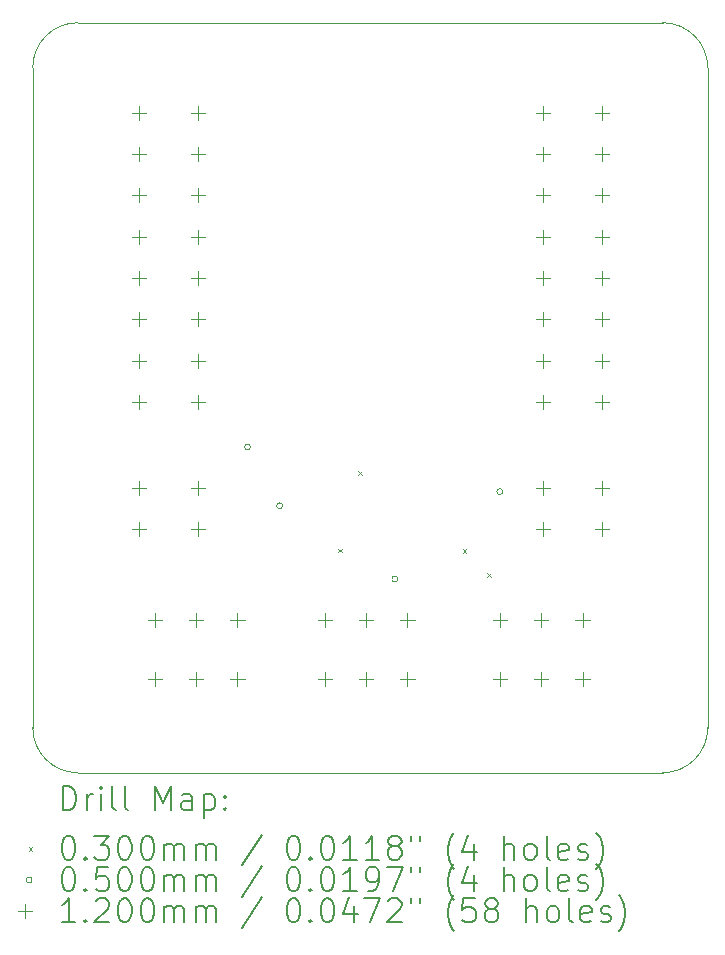
<source format=gbr>
%TF.GenerationSoftware,KiCad,Pcbnew,8.0.6*%
%TF.CreationDate,2024-11-26T19:15:19-08:00*%
%TF.ProjectId,Constellation STAR UAF V1.0,436f6e73-7465-46c6-9c61-74696f6e2053,rev?*%
%TF.SameCoordinates,Original*%
%TF.FileFunction,Drillmap*%
%TF.FilePolarity,Positive*%
%FSLAX45Y45*%
G04 Gerber Fmt 4.5, Leading zero omitted, Abs format (unit mm)*
G04 Created by KiCad (PCBNEW 8.0.6) date 2024-11-26 19:15:19*
%MOMM*%
%LPD*%
G01*
G04 APERTURE LIST*
%ADD10C,0.100000*%
%ADD11C,0.200000*%
%ADD12C,0.120000*%
G04 APERTURE END LIST*
D10*
X2540000Y-8509000D02*
X2540000Y-2921000D01*
X2921000Y-8890000D02*
G75*
G02*
X2540000Y-8509000I0J381000D01*
G01*
X8255000Y-8509000D02*
G75*
G02*
X7874000Y-8890000I-381000J0D01*
G01*
X2540000Y-2921000D02*
G75*
G02*
X2921000Y-2540000I381000J0D01*
G01*
X7874000Y-8890000D02*
X2921000Y-8890000D01*
X8255000Y-2921000D02*
X8255000Y-8509000D01*
X7874000Y-2540000D02*
G75*
G02*
X8255000Y-2921000I0J-381000D01*
G01*
X2921000Y-2540000D02*
X7874000Y-2540000D01*
D11*
D10*
X5125000Y-6995000D02*
X5155000Y-7025000D01*
X5155000Y-6995000D02*
X5125000Y-7025000D01*
X5295000Y-6336250D02*
X5325000Y-6366250D01*
X5325000Y-6336250D02*
X5295000Y-6366250D01*
X6180000Y-7000000D02*
X6210000Y-7030000D01*
X6210000Y-7000000D02*
X6180000Y-7030000D01*
X6386250Y-7200000D02*
X6416250Y-7230000D01*
X6416250Y-7200000D02*
X6386250Y-7230000D01*
X4382500Y-6132500D02*
G75*
G02*
X4332500Y-6132500I-25000J0D01*
G01*
X4332500Y-6132500D02*
G75*
G02*
X4382500Y-6132500I25000J0D01*
G01*
X4655000Y-6630000D02*
G75*
G02*
X4605000Y-6630000I-25000J0D01*
G01*
X4605000Y-6630000D02*
G75*
G02*
X4655000Y-6630000I25000J0D01*
G01*
X5630000Y-7250000D02*
G75*
G02*
X5580000Y-7250000I-25000J0D01*
G01*
X5580000Y-7250000D02*
G75*
G02*
X5630000Y-7250000I25000J0D01*
G01*
X6520000Y-6510000D02*
G75*
G02*
X6470000Y-6510000I-25000J0D01*
G01*
X6470000Y-6510000D02*
G75*
G02*
X6520000Y-6510000I25000J0D01*
G01*
D12*
X3437000Y-3242000D02*
X3437000Y-3362000D01*
X3377000Y-3302000D02*
X3497000Y-3302000D01*
X3437000Y-3592000D02*
X3437000Y-3712000D01*
X3377000Y-3652000D02*
X3497000Y-3652000D01*
X3437000Y-3942000D02*
X3437000Y-4062000D01*
X3377000Y-4002000D02*
X3497000Y-4002000D01*
X3437000Y-4292000D02*
X3437000Y-4412000D01*
X3377000Y-4352000D02*
X3497000Y-4352000D01*
X3437000Y-4642000D02*
X3437000Y-4762000D01*
X3377000Y-4702000D02*
X3497000Y-4702000D01*
X3437000Y-4992000D02*
X3437000Y-5112000D01*
X3377000Y-5052000D02*
X3497000Y-5052000D01*
X3437000Y-5692000D02*
X3437000Y-5812000D01*
X3377000Y-5752000D02*
X3497000Y-5752000D01*
X3437000Y-6417000D02*
X3437000Y-6537000D01*
X3377000Y-6477000D02*
X3497000Y-6477000D01*
X3437000Y-6767000D02*
X3437000Y-6887000D01*
X3377000Y-6827000D02*
X3497000Y-6827000D01*
X3437000Y-5342000D02*
X3437000Y-5462000D01*
X3377000Y-5402000D02*
X3497000Y-5402000D01*
X3572921Y-7535000D02*
X3572921Y-7655000D01*
X3512921Y-7595000D02*
X3632921Y-7595000D01*
X3572921Y-8035000D02*
X3572921Y-8155000D01*
X3512921Y-8095000D02*
X3632921Y-8095000D01*
X3922921Y-7535000D02*
X3922921Y-7655000D01*
X3862921Y-7595000D02*
X3982921Y-7595000D01*
X3922921Y-8035000D02*
X3922921Y-8155000D01*
X3862921Y-8095000D02*
X3982921Y-8095000D01*
X3937000Y-3242000D02*
X3937000Y-3362000D01*
X3877000Y-3302000D02*
X3997000Y-3302000D01*
X3937000Y-3592000D02*
X3937000Y-3712000D01*
X3877000Y-3652000D02*
X3997000Y-3652000D01*
X3937000Y-3942000D02*
X3937000Y-4062000D01*
X3877000Y-4002000D02*
X3997000Y-4002000D01*
X3937000Y-4292000D02*
X3937000Y-4412000D01*
X3877000Y-4352000D02*
X3997000Y-4352000D01*
X3937000Y-4642000D02*
X3937000Y-4762000D01*
X3877000Y-4702000D02*
X3997000Y-4702000D01*
X3937000Y-4992000D02*
X3937000Y-5112000D01*
X3877000Y-5052000D02*
X3997000Y-5052000D01*
X3937000Y-5342001D02*
X3937000Y-5462001D01*
X3877000Y-5402001D02*
X3997000Y-5402001D01*
X3937000Y-5692000D02*
X3937000Y-5812000D01*
X3877000Y-5752000D02*
X3997000Y-5752000D01*
X3937000Y-6417000D02*
X3937000Y-6537000D01*
X3877000Y-6477000D02*
X3997000Y-6477000D01*
X3937000Y-6767000D02*
X3937000Y-6887000D01*
X3877000Y-6827000D02*
X3997000Y-6827000D01*
X4272921Y-7535000D02*
X4272921Y-7655000D01*
X4212921Y-7595000D02*
X4332921Y-7595000D01*
X4272921Y-8035000D02*
X4272921Y-8155000D01*
X4212921Y-8095000D02*
X4332921Y-8095000D01*
X5012500Y-7535000D02*
X5012500Y-7655000D01*
X4952500Y-7595000D02*
X5072500Y-7595000D01*
X5012500Y-8035000D02*
X5012500Y-8155000D01*
X4952500Y-8095000D02*
X5072500Y-8095000D01*
X5362500Y-7535000D02*
X5362500Y-7655000D01*
X5302500Y-7595000D02*
X5422500Y-7595000D01*
X5362500Y-8035000D02*
X5362500Y-8155000D01*
X5302500Y-8095000D02*
X5422500Y-8095000D01*
X5712500Y-7535000D02*
X5712500Y-7655000D01*
X5652500Y-7595000D02*
X5772500Y-7595000D01*
X5712500Y-8035000D02*
X5712500Y-8155000D01*
X5652500Y-8095000D02*
X5772500Y-8095000D01*
X6495000Y-7535000D02*
X6495000Y-7655000D01*
X6435000Y-7595000D02*
X6555000Y-7595000D01*
X6495000Y-8035000D02*
X6495000Y-8155000D01*
X6435000Y-8095000D02*
X6555000Y-8095000D01*
X6845000Y-7535000D02*
X6845000Y-7655000D01*
X6785000Y-7595000D02*
X6905000Y-7595000D01*
X6845000Y-8035000D02*
X6845000Y-8155000D01*
X6785000Y-8095000D02*
X6905000Y-8095000D01*
X6858000Y-3242000D02*
X6858000Y-3362000D01*
X6798000Y-3302000D02*
X6918000Y-3302000D01*
X6858000Y-3592000D02*
X6858000Y-3712000D01*
X6798000Y-3652000D02*
X6918000Y-3652000D01*
X6858000Y-3942000D02*
X6858000Y-4062000D01*
X6798000Y-4002000D02*
X6918000Y-4002000D01*
X6858000Y-4292000D02*
X6858000Y-4412000D01*
X6798000Y-4352000D02*
X6918000Y-4352000D01*
X6858000Y-4642000D02*
X6858000Y-4762000D01*
X6798000Y-4702000D02*
X6918000Y-4702000D01*
X6858000Y-4992000D02*
X6858000Y-5112000D01*
X6798000Y-5052000D02*
X6918000Y-5052000D01*
X6858000Y-5342000D02*
X6858000Y-5462000D01*
X6798000Y-5402000D02*
X6918000Y-5402000D01*
X6858000Y-5692000D02*
X6858000Y-5812000D01*
X6798000Y-5752000D02*
X6918000Y-5752000D01*
X6858000Y-6417000D02*
X6858000Y-6537000D01*
X6798000Y-6477000D02*
X6918000Y-6477000D01*
X6858000Y-6767000D02*
X6858000Y-6887000D01*
X6798000Y-6827000D02*
X6918000Y-6827000D01*
X7195000Y-7535000D02*
X7195000Y-7655000D01*
X7135000Y-7595000D02*
X7255000Y-7595000D01*
X7195000Y-8035000D02*
X7195000Y-8155000D01*
X7135000Y-8095000D02*
X7255000Y-8095000D01*
X7358000Y-3592000D02*
X7358000Y-3712000D01*
X7298000Y-3652000D02*
X7418000Y-3652000D01*
X7358000Y-3242000D02*
X7358000Y-3362000D01*
X7298000Y-3302000D02*
X7418000Y-3302000D01*
X7358000Y-3942000D02*
X7358000Y-4062000D01*
X7298000Y-4002000D02*
X7418000Y-4002000D01*
X7358000Y-4292000D02*
X7358000Y-4412000D01*
X7298000Y-4352000D02*
X7418000Y-4352000D01*
X7358000Y-4642000D02*
X7358000Y-4762000D01*
X7298000Y-4702000D02*
X7418000Y-4702000D01*
X7358000Y-4992000D02*
X7358000Y-5112000D01*
X7298000Y-5052000D02*
X7418000Y-5052000D01*
X7358000Y-5342000D02*
X7358000Y-5462000D01*
X7298000Y-5402000D02*
X7418000Y-5402000D01*
X7358000Y-5692000D02*
X7358000Y-5812000D01*
X7298000Y-5752000D02*
X7418000Y-5752000D01*
X7358000Y-6417000D02*
X7358000Y-6537000D01*
X7298000Y-6477000D02*
X7418000Y-6477000D01*
X7358000Y-6767000D02*
X7358000Y-6887000D01*
X7298000Y-6827000D02*
X7418000Y-6827000D01*
D11*
X2795777Y-9206484D02*
X2795777Y-9006484D01*
X2795777Y-9006484D02*
X2843396Y-9006484D01*
X2843396Y-9006484D02*
X2871967Y-9016008D01*
X2871967Y-9016008D02*
X2891015Y-9035055D01*
X2891015Y-9035055D02*
X2900539Y-9054103D01*
X2900539Y-9054103D02*
X2910062Y-9092198D01*
X2910062Y-9092198D02*
X2910062Y-9120770D01*
X2910062Y-9120770D02*
X2900539Y-9158865D01*
X2900539Y-9158865D02*
X2891015Y-9177912D01*
X2891015Y-9177912D02*
X2871967Y-9196960D01*
X2871967Y-9196960D02*
X2843396Y-9206484D01*
X2843396Y-9206484D02*
X2795777Y-9206484D01*
X2995777Y-9206484D02*
X2995777Y-9073150D01*
X2995777Y-9111246D02*
X3005301Y-9092198D01*
X3005301Y-9092198D02*
X3014824Y-9082674D01*
X3014824Y-9082674D02*
X3033872Y-9073150D01*
X3033872Y-9073150D02*
X3052920Y-9073150D01*
X3119586Y-9206484D02*
X3119586Y-9073150D01*
X3119586Y-9006484D02*
X3110062Y-9016008D01*
X3110062Y-9016008D02*
X3119586Y-9025531D01*
X3119586Y-9025531D02*
X3129110Y-9016008D01*
X3129110Y-9016008D02*
X3119586Y-9006484D01*
X3119586Y-9006484D02*
X3119586Y-9025531D01*
X3243396Y-9206484D02*
X3224348Y-9196960D01*
X3224348Y-9196960D02*
X3214824Y-9177912D01*
X3214824Y-9177912D02*
X3214824Y-9006484D01*
X3348158Y-9206484D02*
X3329110Y-9196960D01*
X3329110Y-9196960D02*
X3319586Y-9177912D01*
X3319586Y-9177912D02*
X3319586Y-9006484D01*
X3576729Y-9206484D02*
X3576729Y-9006484D01*
X3576729Y-9006484D02*
X3643396Y-9149341D01*
X3643396Y-9149341D02*
X3710062Y-9006484D01*
X3710062Y-9006484D02*
X3710062Y-9206484D01*
X3891015Y-9206484D02*
X3891015Y-9101722D01*
X3891015Y-9101722D02*
X3881491Y-9082674D01*
X3881491Y-9082674D02*
X3862443Y-9073150D01*
X3862443Y-9073150D02*
X3824348Y-9073150D01*
X3824348Y-9073150D02*
X3805301Y-9082674D01*
X3891015Y-9196960D02*
X3871967Y-9206484D01*
X3871967Y-9206484D02*
X3824348Y-9206484D01*
X3824348Y-9206484D02*
X3805301Y-9196960D01*
X3805301Y-9196960D02*
X3795777Y-9177912D01*
X3795777Y-9177912D02*
X3795777Y-9158865D01*
X3795777Y-9158865D02*
X3805301Y-9139817D01*
X3805301Y-9139817D02*
X3824348Y-9130293D01*
X3824348Y-9130293D02*
X3871967Y-9130293D01*
X3871967Y-9130293D02*
X3891015Y-9120770D01*
X3986253Y-9073150D02*
X3986253Y-9273150D01*
X3986253Y-9082674D02*
X4005301Y-9073150D01*
X4005301Y-9073150D02*
X4043396Y-9073150D01*
X4043396Y-9073150D02*
X4062443Y-9082674D01*
X4062443Y-9082674D02*
X4071967Y-9092198D01*
X4071967Y-9092198D02*
X4081491Y-9111246D01*
X4081491Y-9111246D02*
X4081491Y-9168389D01*
X4081491Y-9168389D02*
X4071967Y-9187436D01*
X4071967Y-9187436D02*
X4062443Y-9196960D01*
X4062443Y-9196960D02*
X4043396Y-9206484D01*
X4043396Y-9206484D02*
X4005301Y-9206484D01*
X4005301Y-9206484D02*
X3986253Y-9196960D01*
X4167205Y-9187436D02*
X4176729Y-9196960D01*
X4176729Y-9196960D02*
X4167205Y-9206484D01*
X4167205Y-9206484D02*
X4157682Y-9196960D01*
X4157682Y-9196960D02*
X4167205Y-9187436D01*
X4167205Y-9187436D02*
X4167205Y-9206484D01*
X4167205Y-9082674D02*
X4176729Y-9092198D01*
X4176729Y-9092198D02*
X4167205Y-9101722D01*
X4167205Y-9101722D02*
X4157682Y-9092198D01*
X4157682Y-9092198D02*
X4167205Y-9082674D01*
X4167205Y-9082674D02*
X4167205Y-9101722D01*
D10*
X2505000Y-9520000D02*
X2535000Y-9550000D01*
X2535000Y-9520000D02*
X2505000Y-9550000D01*
D11*
X2833872Y-9426484D02*
X2852920Y-9426484D01*
X2852920Y-9426484D02*
X2871967Y-9436008D01*
X2871967Y-9436008D02*
X2881491Y-9445531D01*
X2881491Y-9445531D02*
X2891015Y-9464579D01*
X2891015Y-9464579D02*
X2900539Y-9502674D01*
X2900539Y-9502674D02*
X2900539Y-9550293D01*
X2900539Y-9550293D02*
X2891015Y-9588389D01*
X2891015Y-9588389D02*
X2881491Y-9607436D01*
X2881491Y-9607436D02*
X2871967Y-9616960D01*
X2871967Y-9616960D02*
X2852920Y-9626484D01*
X2852920Y-9626484D02*
X2833872Y-9626484D01*
X2833872Y-9626484D02*
X2814824Y-9616960D01*
X2814824Y-9616960D02*
X2805301Y-9607436D01*
X2805301Y-9607436D02*
X2795777Y-9588389D01*
X2795777Y-9588389D02*
X2786253Y-9550293D01*
X2786253Y-9550293D02*
X2786253Y-9502674D01*
X2786253Y-9502674D02*
X2795777Y-9464579D01*
X2795777Y-9464579D02*
X2805301Y-9445531D01*
X2805301Y-9445531D02*
X2814824Y-9436008D01*
X2814824Y-9436008D02*
X2833872Y-9426484D01*
X2986253Y-9607436D02*
X2995777Y-9616960D01*
X2995777Y-9616960D02*
X2986253Y-9626484D01*
X2986253Y-9626484D02*
X2976729Y-9616960D01*
X2976729Y-9616960D02*
X2986253Y-9607436D01*
X2986253Y-9607436D02*
X2986253Y-9626484D01*
X3062443Y-9426484D02*
X3186253Y-9426484D01*
X3186253Y-9426484D02*
X3119586Y-9502674D01*
X3119586Y-9502674D02*
X3148158Y-9502674D01*
X3148158Y-9502674D02*
X3167205Y-9512198D01*
X3167205Y-9512198D02*
X3176729Y-9521722D01*
X3176729Y-9521722D02*
X3186253Y-9540770D01*
X3186253Y-9540770D02*
X3186253Y-9588389D01*
X3186253Y-9588389D02*
X3176729Y-9607436D01*
X3176729Y-9607436D02*
X3167205Y-9616960D01*
X3167205Y-9616960D02*
X3148158Y-9626484D01*
X3148158Y-9626484D02*
X3091015Y-9626484D01*
X3091015Y-9626484D02*
X3071967Y-9616960D01*
X3071967Y-9616960D02*
X3062443Y-9607436D01*
X3310062Y-9426484D02*
X3329110Y-9426484D01*
X3329110Y-9426484D02*
X3348158Y-9436008D01*
X3348158Y-9436008D02*
X3357682Y-9445531D01*
X3357682Y-9445531D02*
X3367205Y-9464579D01*
X3367205Y-9464579D02*
X3376729Y-9502674D01*
X3376729Y-9502674D02*
X3376729Y-9550293D01*
X3376729Y-9550293D02*
X3367205Y-9588389D01*
X3367205Y-9588389D02*
X3357682Y-9607436D01*
X3357682Y-9607436D02*
X3348158Y-9616960D01*
X3348158Y-9616960D02*
X3329110Y-9626484D01*
X3329110Y-9626484D02*
X3310062Y-9626484D01*
X3310062Y-9626484D02*
X3291015Y-9616960D01*
X3291015Y-9616960D02*
X3281491Y-9607436D01*
X3281491Y-9607436D02*
X3271967Y-9588389D01*
X3271967Y-9588389D02*
X3262443Y-9550293D01*
X3262443Y-9550293D02*
X3262443Y-9502674D01*
X3262443Y-9502674D02*
X3271967Y-9464579D01*
X3271967Y-9464579D02*
X3281491Y-9445531D01*
X3281491Y-9445531D02*
X3291015Y-9436008D01*
X3291015Y-9436008D02*
X3310062Y-9426484D01*
X3500539Y-9426484D02*
X3519586Y-9426484D01*
X3519586Y-9426484D02*
X3538634Y-9436008D01*
X3538634Y-9436008D02*
X3548158Y-9445531D01*
X3548158Y-9445531D02*
X3557682Y-9464579D01*
X3557682Y-9464579D02*
X3567205Y-9502674D01*
X3567205Y-9502674D02*
X3567205Y-9550293D01*
X3567205Y-9550293D02*
X3557682Y-9588389D01*
X3557682Y-9588389D02*
X3548158Y-9607436D01*
X3548158Y-9607436D02*
X3538634Y-9616960D01*
X3538634Y-9616960D02*
X3519586Y-9626484D01*
X3519586Y-9626484D02*
X3500539Y-9626484D01*
X3500539Y-9626484D02*
X3481491Y-9616960D01*
X3481491Y-9616960D02*
X3471967Y-9607436D01*
X3471967Y-9607436D02*
X3462443Y-9588389D01*
X3462443Y-9588389D02*
X3452920Y-9550293D01*
X3452920Y-9550293D02*
X3452920Y-9502674D01*
X3452920Y-9502674D02*
X3462443Y-9464579D01*
X3462443Y-9464579D02*
X3471967Y-9445531D01*
X3471967Y-9445531D02*
X3481491Y-9436008D01*
X3481491Y-9436008D02*
X3500539Y-9426484D01*
X3652920Y-9626484D02*
X3652920Y-9493150D01*
X3652920Y-9512198D02*
X3662443Y-9502674D01*
X3662443Y-9502674D02*
X3681491Y-9493150D01*
X3681491Y-9493150D02*
X3710063Y-9493150D01*
X3710063Y-9493150D02*
X3729110Y-9502674D01*
X3729110Y-9502674D02*
X3738634Y-9521722D01*
X3738634Y-9521722D02*
X3738634Y-9626484D01*
X3738634Y-9521722D02*
X3748158Y-9502674D01*
X3748158Y-9502674D02*
X3767205Y-9493150D01*
X3767205Y-9493150D02*
X3795777Y-9493150D01*
X3795777Y-9493150D02*
X3814824Y-9502674D01*
X3814824Y-9502674D02*
X3824348Y-9521722D01*
X3824348Y-9521722D02*
X3824348Y-9626484D01*
X3919586Y-9626484D02*
X3919586Y-9493150D01*
X3919586Y-9512198D02*
X3929110Y-9502674D01*
X3929110Y-9502674D02*
X3948158Y-9493150D01*
X3948158Y-9493150D02*
X3976729Y-9493150D01*
X3976729Y-9493150D02*
X3995777Y-9502674D01*
X3995777Y-9502674D02*
X4005301Y-9521722D01*
X4005301Y-9521722D02*
X4005301Y-9626484D01*
X4005301Y-9521722D02*
X4014824Y-9502674D01*
X4014824Y-9502674D02*
X4033872Y-9493150D01*
X4033872Y-9493150D02*
X4062443Y-9493150D01*
X4062443Y-9493150D02*
X4081491Y-9502674D01*
X4081491Y-9502674D02*
X4091015Y-9521722D01*
X4091015Y-9521722D02*
X4091015Y-9626484D01*
X4481491Y-9416960D02*
X4310063Y-9674103D01*
X4738634Y-9426484D02*
X4757682Y-9426484D01*
X4757682Y-9426484D02*
X4776729Y-9436008D01*
X4776729Y-9436008D02*
X4786253Y-9445531D01*
X4786253Y-9445531D02*
X4795777Y-9464579D01*
X4795777Y-9464579D02*
X4805301Y-9502674D01*
X4805301Y-9502674D02*
X4805301Y-9550293D01*
X4805301Y-9550293D02*
X4795777Y-9588389D01*
X4795777Y-9588389D02*
X4786253Y-9607436D01*
X4786253Y-9607436D02*
X4776729Y-9616960D01*
X4776729Y-9616960D02*
X4757682Y-9626484D01*
X4757682Y-9626484D02*
X4738634Y-9626484D01*
X4738634Y-9626484D02*
X4719587Y-9616960D01*
X4719587Y-9616960D02*
X4710063Y-9607436D01*
X4710063Y-9607436D02*
X4700539Y-9588389D01*
X4700539Y-9588389D02*
X4691015Y-9550293D01*
X4691015Y-9550293D02*
X4691015Y-9502674D01*
X4691015Y-9502674D02*
X4700539Y-9464579D01*
X4700539Y-9464579D02*
X4710063Y-9445531D01*
X4710063Y-9445531D02*
X4719587Y-9436008D01*
X4719587Y-9436008D02*
X4738634Y-9426484D01*
X4891015Y-9607436D02*
X4900539Y-9616960D01*
X4900539Y-9616960D02*
X4891015Y-9626484D01*
X4891015Y-9626484D02*
X4881491Y-9616960D01*
X4881491Y-9616960D02*
X4891015Y-9607436D01*
X4891015Y-9607436D02*
X4891015Y-9626484D01*
X5024348Y-9426484D02*
X5043396Y-9426484D01*
X5043396Y-9426484D02*
X5062444Y-9436008D01*
X5062444Y-9436008D02*
X5071968Y-9445531D01*
X5071968Y-9445531D02*
X5081491Y-9464579D01*
X5081491Y-9464579D02*
X5091015Y-9502674D01*
X5091015Y-9502674D02*
X5091015Y-9550293D01*
X5091015Y-9550293D02*
X5081491Y-9588389D01*
X5081491Y-9588389D02*
X5071968Y-9607436D01*
X5071968Y-9607436D02*
X5062444Y-9616960D01*
X5062444Y-9616960D02*
X5043396Y-9626484D01*
X5043396Y-9626484D02*
X5024348Y-9626484D01*
X5024348Y-9626484D02*
X5005301Y-9616960D01*
X5005301Y-9616960D02*
X4995777Y-9607436D01*
X4995777Y-9607436D02*
X4986253Y-9588389D01*
X4986253Y-9588389D02*
X4976729Y-9550293D01*
X4976729Y-9550293D02*
X4976729Y-9502674D01*
X4976729Y-9502674D02*
X4986253Y-9464579D01*
X4986253Y-9464579D02*
X4995777Y-9445531D01*
X4995777Y-9445531D02*
X5005301Y-9436008D01*
X5005301Y-9436008D02*
X5024348Y-9426484D01*
X5281491Y-9626484D02*
X5167206Y-9626484D01*
X5224348Y-9626484D02*
X5224348Y-9426484D01*
X5224348Y-9426484D02*
X5205301Y-9455055D01*
X5205301Y-9455055D02*
X5186253Y-9474103D01*
X5186253Y-9474103D02*
X5167206Y-9483627D01*
X5471968Y-9626484D02*
X5357682Y-9626484D01*
X5414825Y-9626484D02*
X5414825Y-9426484D01*
X5414825Y-9426484D02*
X5395777Y-9455055D01*
X5395777Y-9455055D02*
X5376729Y-9474103D01*
X5376729Y-9474103D02*
X5357682Y-9483627D01*
X5586253Y-9512198D02*
X5567206Y-9502674D01*
X5567206Y-9502674D02*
X5557682Y-9493150D01*
X5557682Y-9493150D02*
X5548158Y-9474103D01*
X5548158Y-9474103D02*
X5548158Y-9464579D01*
X5548158Y-9464579D02*
X5557682Y-9445531D01*
X5557682Y-9445531D02*
X5567206Y-9436008D01*
X5567206Y-9436008D02*
X5586253Y-9426484D01*
X5586253Y-9426484D02*
X5624348Y-9426484D01*
X5624348Y-9426484D02*
X5643396Y-9436008D01*
X5643396Y-9436008D02*
X5652920Y-9445531D01*
X5652920Y-9445531D02*
X5662444Y-9464579D01*
X5662444Y-9464579D02*
X5662444Y-9474103D01*
X5662444Y-9474103D02*
X5652920Y-9493150D01*
X5652920Y-9493150D02*
X5643396Y-9502674D01*
X5643396Y-9502674D02*
X5624348Y-9512198D01*
X5624348Y-9512198D02*
X5586253Y-9512198D01*
X5586253Y-9512198D02*
X5567206Y-9521722D01*
X5567206Y-9521722D02*
X5557682Y-9531246D01*
X5557682Y-9531246D02*
X5548158Y-9550293D01*
X5548158Y-9550293D02*
X5548158Y-9588389D01*
X5548158Y-9588389D02*
X5557682Y-9607436D01*
X5557682Y-9607436D02*
X5567206Y-9616960D01*
X5567206Y-9616960D02*
X5586253Y-9626484D01*
X5586253Y-9626484D02*
X5624348Y-9626484D01*
X5624348Y-9626484D02*
X5643396Y-9616960D01*
X5643396Y-9616960D02*
X5652920Y-9607436D01*
X5652920Y-9607436D02*
X5662444Y-9588389D01*
X5662444Y-9588389D02*
X5662444Y-9550293D01*
X5662444Y-9550293D02*
X5652920Y-9531246D01*
X5652920Y-9531246D02*
X5643396Y-9521722D01*
X5643396Y-9521722D02*
X5624348Y-9512198D01*
X5738634Y-9426484D02*
X5738634Y-9464579D01*
X5814825Y-9426484D02*
X5814825Y-9464579D01*
X6110063Y-9702674D02*
X6100539Y-9693150D01*
X6100539Y-9693150D02*
X6081491Y-9664579D01*
X6081491Y-9664579D02*
X6071968Y-9645531D01*
X6071968Y-9645531D02*
X6062444Y-9616960D01*
X6062444Y-9616960D02*
X6052920Y-9569341D01*
X6052920Y-9569341D02*
X6052920Y-9531246D01*
X6052920Y-9531246D02*
X6062444Y-9483627D01*
X6062444Y-9483627D02*
X6071968Y-9455055D01*
X6071968Y-9455055D02*
X6081491Y-9436008D01*
X6081491Y-9436008D02*
X6100539Y-9407436D01*
X6100539Y-9407436D02*
X6110063Y-9397912D01*
X6271968Y-9493150D02*
X6271968Y-9626484D01*
X6224348Y-9416960D02*
X6176729Y-9559817D01*
X6176729Y-9559817D02*
X6300539Y-9559817D01*
X6529110Y-9626484D02*
X6529110Y-9426484D01*
X6614825Y-9626484D02*
X6614825Y-9521722D01*
X6614825Y-9521722D02*
X6605301Y-9502674D01*
X6605301Y-9502674D02*
X6586253Y-9493150D01*
X6586253Y-9493150D02*
X6557682Y-9493150D01*
X6557682Y-9493150D02*
X6538634Y-9502674D01*
X6538634Y-9502674D02*
X6529110Y-9512198D01*
X6738634Y-9626484D02*
X6719587Y-9616960D01*
X6719587Y-9616960D02*
X6710063Y-9607436D01*
X6710063Y-9607436D02*
X6700539Y-9588389D01*
X6700539Y-9588389D02*
X6700539Y-9531246D01*
X6700539Y-9531246D02*
X6710063Y-9512198D01*
X6710063Y-9512198D02*
X6719587Y-9502674D01*
X6719587Y-9502674D02*
X6738634Y-9493150D01*
X6738634Y-9493150D02*
X6767206Y-9493150D01*
X6767206Y-9493150D02*
X6786253Y-9502674D01*
X6786253Y-9502674D02*
X6795777Y-9512198D01*
X6795777Y-9512198D02*
X6805301Y-9531246D01*
X6805301Y-9531246D02*
X6805301Y-9588389D01*
X6805301Y-9588389D02*
X6795777Y-9607436D01*
X6795777Y-9607436D02*
X6786253Y-9616960D01*
X6786253Y-9616960D02*
X6767206Y-9626484D01*
X6767206Y-9626484D02*
X6738634Y-9626484D01*
X6919587Y-9626484D02*
X6900539Y-9616960D01*
X6900539Y-9616960D02*
X6891015Y-9597912D01*
X6891015Y-9597912D02*
X6891015Y-9426484D01*
X7071968Y-9616960D02*
X7052920Y-9626484D01*
X7052920Y-9626484D02*
X7014825Y-9626484D01*
X7014825Y-9626484D02*
X6995777Y-9616960D01*
X6995777Y-9616960D02*
X6986253Y-9597912D01*
X6986253Y-9597912D02*
X6986253Y-9521722D01*
X6986253Y-9521722D02*
X6995777Y-9502674D01*
X6995777Y-9502674D02*
X7014825Y-9493150D01*
X7014825Y-9493150D02*
X7052920Y-9493150D01*
X7052920Y-9493150D02*
X7071968Y-9502674D01*
X7071968Y-9502674D02*
X7081491Y-9521722D01*
X7081491Y-9521722D02*
X7081491Y-9540770D01*
X7081491Y-9540770D02*
X6986253Y-9559817D01*
X7157682Y-9616960D02*
X7176730Y-9626484D01*
X7176730Y-9626484D02*
X7214825Y-9626484D01*
X7214825Y-9626484D02*
X7233872Y-9616960D01*
X7233872Y-9616960D02*
X7243396Y-9597912D01*
X7243396Y-9597912D02*
X7243396Y-9588389D01*
X7243396Y-9588389D02*
X7233872Y-9569341D01*
X7233872Y-9569341D02*
X7214825Y-9559817D01*
X7214825Y-9559817D02*
X7186253Y-9559817D01*
X7186253Y-9559817D02*
X7167206Y-9550293D01*
X7167206Y-9550293D02*
X7157682Y-9531246D01*
X7157682Y-9531246D02*
X7157682Y-9521722D01*
X7157682Y-9521722D02*
X7167206Y-9502674D01*
X7167206Y-9502674D02*
X7186253Y-9493150D01*
X7186253Y-9493150D02*
X7214825Y-9493150D01*
X7214825Y-9493150D02*
X7233872Y-9502674D01*
X7310063Y-9702674D02*
X7319587Y-9693150D01*
X7319587Y-9693150D02*
X7338634Y-9664579D01*
X7338634Y-9664579D02*
X7348158Y-9645531D01*
X7348158Y-9645531D02*
X7357682Y-9616960D01*
X7357682Y-9616960D02*
X7367206Y-9569341D01*
X7367206Y-9569341D02*
X7367206Y-9531246D01*
X7367206Y-9531246D02*
X7357682Y-9483627D01*
X7357682Y-9483627D02*
X7348158Y-9455055D01*
X7348158Y-9455055D02*
X7338634Y-9436008D01*
X7338634Y-9436008D02*
X7319587Y-9407436D01*
X7319587Y-9407436D02*
X7310063Y-9397912D01*
D10*
X2535000Y-9799000D02*
G75*
G02*
X2485000Y-9799000I-25000J0D01*
G01*
X2485000Y-9799000D02*
G75*
G02*
X2535000Y-9799000I25000J0D01*
G01*
D11*
X2833872Y-9690484D02*
X2852920Y-9690484D01*
X2852920Y-9690484D02*
X2871967Y-9700008D01*
X2871967Y-9700008D02*
X2881491Y-9709531D01*
X2881491Y-9709531D02*
X2891015Y-9728579D01*
X2891015Y-9728579D02*
X2900539Y-9766674D01*
X2900539Y-9766674D02*
X2900539Y-9814293D01*
X2900539Y-9814293D02*
X2891015Y-9852389D01*
X2891015Y-9852389D02*
X2881491Y-9871436D01*
X2881491Y-9871436D02*
X2871967Y-9880960D01*
X2871967Y-9880960D02*
X2852920Y-9890484D01*
X2852920Y-9890484D02*
X2833872Y-9890484D01*
X2833872Y-9890484D02*
X2814824Y-9880960D01*
X2814824Y-9880960D02*
X2805301Y-9871436D01*
X2805301Y-9871436D02*
X2795777Y-9852389D01*
X2795777Y-9852389D02*
X2786253Y-9814293D01*
X2786253Y-9814293D02*
X2786253Y-9766674D01*
X2786253Y-9766674D02*
X2795777Y-9728579D01*
X2795777Y-9728579D02*
X2805301Y-9709531D01*
X2805301Y-9709531D02*
X2814824Y-9700008D01*
X2814824Y-9700008D02*
X2833872Y-9690484D01*
X2986253Y-9871436D02*
X2995777Y-9880960D01*
X2995777Y-9880960D02*
X2986253Y-9890484D01*
X2986253Y-9890484D02*
X2976729Y-9880960D01*
X2976729Y-9880960D02*
X2986253Y-9871436D01*
X2986253Y-9871436D02*
X2986253Y-9890484D01*
X3176729Y-9690484D02*
X3081491Y-9690484D01*
X3081491Y-9690484D02*
X3071967Y-9785722D01*
X3071967Y-9785722D02*
X3081491Y-9776198D01*
X3081491Y-9776198D02*
X3100539Y-9766674D01*
X3100539Y-9766674D02*
X3148158Y-9766674D01*
X3148158Y-9766674D02*
X3167205Y-9776198D01*
X3167205Y-9776198D02*
X3176729Y-9785722D01*
X3176729Y-9785722D02*
X3186253Y-9804770D01*
X3186253Y-9804770D02*
X3186253Y-9852389D01*
X3186253Y-9852389D02*
X3176729Y-9871436D01*
X3176729Y-9871436D02*
X3167205Y-9880960D01*
X3167205Y-9880960D02*
X3148158Y-9890484D01*
X3148158Y-9890484D02*
X3100539Y-9890484D01*
X3100539Y-9890484D02*
X3081491Y-9880960D01*
X3081491Y-9880960D02*
X3071967Y-9871436D01*
X3310062Y-9690484D02*
X3329110Y-9690484D01*
X3329110Y-9690484D02*
X3348158Y-9700008D01*
X3348158Y-9700008D02*
X3357682Y-9709531D01*
X3357682Y-9709531D02*
X3367205Y-9728579D01*
X3367205Y-9728579D02*
X3376729Y-9766674D01*
X3376729Y-9766674D02*
X3376729Y-9814293D01*
X3376729Y-9814293D02*
X3367205Y-9852389D01*
X3367205Y-9852389D02*
X3357682Y-9871436D01*
X3357682Y-9871436D02*
X3348158Y-9880960D01*
X3348158Y-9880960D02*
X3329110Y-9890484D01*
X3329110Y-9890484D02*
X3310062Y-9890484D01*
X3310062Y-9890484D02*
X3291015Y-9880960D01*
X3291015Y-9880960D02*
X3281491Y-9871436D01*
X3281491Y-9871436D02*
X3271967Y-9852389D01*
X3271967Y-9852389D02*
X3262443Y-9814293D01*
X3262443Y-9814293D02*
X3262443Y-9766674D01*
X3262443Y-9766674D02*
X3271967Y-9728579D01*
X3271967Y-9728579D02*
X3281491Y-9709531D01*
X3281491Y-9709531D02*
X3291015Y-9700008D01*
X3291015Y-9700008D02*
X3310062Y-9690484D01*
X3500539Y-9690484D02*
X3519586Y-9690484D01*
X3519586Y-9690484D02*
X3538634Y-9700008D01*
X3538634Y-9700008D02*
X3548158Y-9709531D01*
X3548158Y-9709531D02*
X3557682Y-9728579D01*
X3557682Y-9728579D02*
X3567205Y-9766674D01*
X3567205Y-9766674D02*
X3567205Y-9814293D01*
X3567205Y-9814293D02*
X3557682Y-9852389D01*
X3557682Y-9852389D02*
X3548158Y-9871436D01*
X3548158Y-9871436D02*
X3538634Y-9880960D01*
X3538634Y-9880960D02*
X3519586Y-9890484D01*
X3519586Y-9890484D02*
X3500539Y-9890484D01*
X3500539Y-9890484D02*
X3481491Y-9880960D01*
X3481491Y-9880960D02*
X3471967Y-9871436D01*
X3471967Y-9871436D02*
X3462443Y-9852389D01*
X3462443Y-9852389D02*
X3452920Y-9814293D01*
X3452920Y-9814293D02*
X3452920Y-9766674D01*
X3452920Y-9766674D02*
X3462443Y-9728579D01*
X3462443Y-9728579D02*
X3471967Y-9709531D01*
X3471967Y-9709531D02*
X3481491Y-9700008D01*
X3481491Y-9700008D02*
X3500539Y-9690484D01*
X3652920Y-9890484D02*
X3652920Y-9757150D01*
X3652920Y-9776198D02*
X3662443Y-9766674D01*
X3662443Y-9766674D02*
X3681491Y-9757150D01*
X3681491Y-9757150D02*
X3710063Y-9757150D01*
X3710063Y-9757150D02*
X3729110Y-9766674D01*
X3729110Y-9766674D02*
X3738634Y-9785722D01*
X3738634Y-9785722D02*
X3738634Y-9890484D01*
X3738634Y-9785722D02*
X3748158Y-9766674D01*
X3748158Y-9766674D02*
X3767205Y-9757150D01*
X3767205Y-9757150D02*
X3795777Y-9757150D01*
X3795777Y-9757150D02*
X3814824Y-9766674D01*
X3814824Y-9766674D02*
X3824348Y-9785722D01*
X3824348Y-9785722D02*
X3824348Y-9890484D01*
X3919586Y-9890484D02*
X3919586Y-9757150D01*
X3919586Y-9776198D02*
X3929110Y-9766674D01*
X3929110Y-9766674D02*
X3948158Y-9757150D01*
X3948158Y-9757150D02*
X3976729Y-9757150D01*
X3976729Y-9757150D02*
X3995777Y-9766674D01*
X3995777Y-9766674D02*
X4005301Y-9785722D01*
X4005301Y-9785722D02*
X4005301Y-9890484D01*
X4005301Y-9785722D02*
X4014824Y-9766674D01*
X4014824Y-9766674D02*
X4033872Y-9757150D01*
X4033872Y-9757150D02*
X4062443Y-9757150D01*
X4062443Y-9757150D02*
X4081491Y-9766674D01*
X4081491Y-9766674D02*
X4091015Y-9785722D01*
X4091015Y-9785722D02*
X4091015Y-9890484D01*
X4481491Y-9680960D02*
X4310063Y-9938103D01*
X4738634Y-9690484D02*
X4757682Y-9690484D01*
X4757682Y-9690484D02*
X4776729Y-9700008D01*
X4776729Y-9700008D02*
X4786253Y-9709531D01*
X4786253Y-9709531D02*
X4795777Y-9728579D01*
X4795777Y-9728579D02*
X4805301Y-9766674D01*
X4805301Y-9766674D02*
X4805301Y-9814293D01*
X4805301Y-9814293D02*
X4795777Y-9852389D01*
X4795777Y-9852389D02*
X4786253Y-9871436D01*
X4786253Y-9871436D02*
X4776729Y-9880960D01*
X4776729Y-9880960D02*
X4757682Y-9890484D01*
X4757682Y-9890484D02*
X4738634Y-9890484D01*
X4738634Y-9890484D02*
X4719587Y-9880960D01*
X4719587Y-9880960D02*
X4710063Y-9871436D01*
X4710063Y-9871436D02*
X4700539Y-9852389D01*
X4700539Y-9852389D02*
X4691015Y-9814293D01*
X4691015Y-9814293D02*
X4691015Y-9766674D01*
X4691015Y-9766674D02*
X4700539Y-9728579D01*
X4700539Y-9728579D02*
X4710063Y-9709531D01*
X4710063Y-9709531D02*
X4719587Y-9700008D01*
X4719587Y-9700008D02*
X4738634Y-9690484D01*
X4891015Y-9871436D02*
X4900539Y-9880960D01*
X4900539Y-9880960D02*
X4891015Y-9890484D01*
X4891015Y-9890484D02*
X4881491Y-9880960D01*
X4881491Y-9880960D02*
X4891015Y-9871436D01*
X4891015Y-9871436D02*
X4891015Y-9890484D01*
X5024348Y-9690484D02*
X5043396Y-9690484D01*
X5043396Y-9690484D02*
X5062444Y-9700008D01*
X5062444Y-9700008D02*
X5071968Y-9709531D01*
X5071968Y-9709531D02*
X5081491Y-9728579D01*
X5081491Y-9728579D02*
X5091015Y-9766674D01*
X5091015Y-9766674D02*
X5091015Y-9814293D01*
X5091015Y-9814293D02*
X5081491Y-9852389D01*
X5081491Y-9852389D02*
X5071968Y-9871436D01*
X5071968Y-9871436D02*
X5062444Y-9880960D01*
X5062444Y-9880960D02*
X5043396Y-9890484D01*
X5043396Y-9890484D02*
X5024348Y-9890484D01*
X5024348Y-9890484D02*
X5005301Y-9880960D01*
X5005301Y-9880960D02*
X4995777Y-9871436D01*
X4995777Y-9871436D02*
X4986253Y-9852389D01*
X4986253Y-9852389D02*
X4976729Y-9814293D01*
X4976729Y-9814293D02*
X4976729Y-9766674D01*
X4976729Y-9766674D02*
X4986253Y-9728579D01*
X4986253Y-9728579D02*
X4995777Y-9709531D01*
X4995777Y-9709531D02*
X5005301Y-9700008D01*
X5005301Y-9700008D02*
X5024348Y-9690484D01*
X5281491Y-9890484D02*
X5167206Y-9890484D01*
X5224348Y-9890484D02*
X5224348Y-9690484D01*
X5224348Y-9690484D02*
X5205301Y-9719055D01*
X5205301Y-9719055D02*
X5186253Y-9738103D01*
X5186253Y-9738103D02*
X5167206Y-9747627D01*
X5376729Y-9890484D02*
X5414825Y-9890484D01*
X5414825Y-9890484D02*
X5433872Y-9880960D01*
X5433872Y-9880960D02*
X5443396Y-9871436D01*
X5443396Y-9871436D02*
X5462444Y-9842865D01*
X5462444Y-9842865D02*
X5471968Y-9804770D01*
X5471968Y-9804770D02*
X5471968Y-9728579D01*
X5471968Y-9728579D02*
X5462444Y-9709531D01*
X5462444Y-9709531D02*
X5452920Y-9700008D01*
X5452920Y-9700008D02*
X5433872Y-9690484D01*
X5433872Y-9690484D02*
X5395777Y-9690484D01*
X5395777Y-9690484D02*
X5376729Y-9700008D01*
X5376729Y-9700008D02*
X5367206Y-9709531D01*
X5367206Y-9709531D02*
X5357682Y-9728579D01*
X5357682Y-9728579D02*
X5357682Y-9776198D01*
X5357682Y-9776198D02*
X5367206Y-9795246D01*
X5367206Y-9795246D02*
X5376729Y-9804770D01*
X5376729Y-9804770D02*
X5395777Y-9814293D01*
X5395777Y-9814293D02*
X5433872Y-9814293D01*
X5433872Y-9814293D02*
X5452920Y-9804770D01*
X5452920Y-9804770D02*
X5462444Y-9795246D01*
X5462444Y-9795246D02*
X5471968Y-9776198D01*
X5538634Y-9690484D02*
X5671967Y-9690484D01*
X5671967Y-9690484D02*
X5586253Y-9890484D01*
X5738634Y-9690484D02*
X5738634Y-9728579D01*
X5814825Y-9690484D02*
X5814825Y-9728579D01*
X6110063Y-9966674D02*
X6100539Y-9957150D01*
X6100539Y-9957150D02*
X6081491Y-9928579D01*
X6081491Y-9928579D02*
X6071968Y-9909531D01*
X6071968Y-9909531D02*
X6062444Y-9880960D01*
X6062444Y-9880960D02*
X6052920Y-9833341D01*
X6052920Y-9833341D02*
X6052920Y-9795246D01*
X6052920Y-9795246D02*
X6062444Y-9747627D01*
X6062444Y-9747627D02*
X6071968Y-9719055D01*
X6071968Y-9719055D02*
X6081491Y-9700008D01*
X6081491Y-9700008D02*
X6100539Y-9671436D01*
X6100539Y-9671436D02*
X6110063Y-9661912D01*
X6271968Y-9757150D02*
X6271968Y-9890484D01*
X6224348Y-9680960D02*
X6176729Y-9823817D01*
X6176729Y-9823817D02*
X6300539Y-9823817D01*
X6529110Y-9890484D02*
X6529110Y-9690484D01*
X6614825Y-9890484D02*
X6614825Y-9785722D01*
X6614825Y-9785722D02*
X6605301Y-9766674D01*
X6605301Y-9766674D02*
X6586253Y-9757150D01*
X6586253Y-9757150D02*
X6557682Y-9757150D01*
X6557682Y-9757150D02*
X6538634Y-9766674D01*
X6538634Y-9766674D02*
X6529110Y-9776198D01*
X6738634Y-9890484D02*
X6719587Y-9880960D01*
X6719587Y-9880960D02*
X6710063Y-9871436D01*
X6710063Y-9871436D02*
X6700539Y-9852389D01*
X6700539Y-9852389D02*
X6700539Y-9795246D01*
X6700539Y-9795246D02*
X6710063Y-9776198D01*
X6710063Y-9776198D02*
X6719587Y-9766674D01*
X6719587Y-9766674D02*
X6738634Y-9757150D01*
X6738634Y-9757150D02*
X6767206Y-9757150D01*
X6767206Y-9757150D02*
X6786253Y-9766674D01*
X6786253Y-9766674D02*
X6795777Y-9776198D01*
X6795777Y-9776198D02*
X6805301Y-9795246D01*
X6805301Y-9795246D02*
X6805301Y-9852389D01*
X6805301Y-9852389D02*
X6795777Y-9871436D01*
X6795777Y-9871436D02*
X6786253Y-9880960D01*
X6786253Y-9880960D02*
X6767206Y-9890484D01*
X6767206Y-9890484D02*
X6738634Y-9890484D01*
X6919587Y-9890484D02*
X6900539Y-9880960D01*
X6900539Y-9880960D02*
X6891015Y-9861912D01*
X6891015Y-9861912D02*
X6891015Y-9690484D01*
X7071968Y-9880960D02*
X7052920Y-9890484D01*
X7052920Y-9890484D02*
X7014825Y-9890484D01*
X7014825Y-9890484D02*
X6995777Y-9880960D01*
X6995777Y-9880960D02*
X6986253Y-9861912D01*
X6986253Y-9861912D02*
X6986253Y-9785722D01*
X6986253Y-9785722D02*
X6995777Y-9766674D01*
X6995777Y-9766674D02*
X7014825Y-9757150D01*
X7014825Y-9757150D02*
X7052920Y-9757150D01*
X7052920Y-9757150D02*
X7071968Y-9766674D01*
X7071968Y-9766674D02*
X7081491Y-9785722D01*
X7081491Y-9785722D02*
X7081491Y-9804770D01*
X7081491Y-9804770D02*
X6986253Y-9823817D01*
X7157682Y-9880960D02*
X7176730Y-9890484D01*
X7176730Y-9890484D02*
X7214825Y-9890484D01*
X7214825Y-9890484D02*
X7233872Y-9880960D01*
X7233872Y-9880960D02*
X7243396Y-9861912D01*
X7243396Y-9861912D02*
X7243396Y-9852389D01*
X7243396Y-9852389D02*
X7233872Y-9833341D01*
X7233872Y-9833341D02*
X7214825Y-9823817D01*
X7214825Y-9823817D02*
X7186253Y-9823817D01*
X7186253Y-9823817D02*
X7167206Y-9814293D01*
X7167206Y-9814293D02*
X7157682Y-9795246D01*
X7157682Y-9795246D02*
X7157682Y-9785722D01*
X7157682Y-9785722D02*
X7167206Y-9766674D01*
X7167206Y-9766674D02*
X7186253Y-9757150D01*
X7186253Y-9757150D02*
X7214825Y-9757150D01*
X7214825Y-9757150D02*
X7233872Y-9766674D01*
X7310063Y-9966674D02*
X7319587Y-9957150D01*
X7319587Y-9957150D02*
X7338634Y-9928579D01*
X7338634Y-9928579D02*
X7348158Y-9909531D01*
X7348158Y-9909531D02*
X7357682Y-9880960D01*
X7357682Y-9880960D02*
X7367206Y-9833341D01*
X7367206Y-9833341D02*
X7367206Y-9795246D01*
X7367206Y-9795246D02*
X7357682Y-9747627D01*
X7357682Y-9747627D02*
X7348158Y-9719055D01*
X7348158Y-9719055D02*
X7338634Y-9700008D01*
X7338634Y-9700008D02*
X7319587Y-9671436D01*
X7319587Y-9671436D02*
X7310063Y-9661912D01*
D12*
X2475000Y-10003000D02*
X2475000Y-10123000D01*
X2415000Y-10063000D02*
X2535000Y-10063000D01*
D11*
X2900539Y-10154484D02*
X2786253Y-10154484D01*
X2843396Y-10154484D02*
X2843396Y-9954484D01*
X2843396Y-9954484D02*
X2824348Y-9983055D01*
X2824348Y-9983055D02*
X2805301Y-10002103D01*
X2805301Y-10002103D02*
X2786253Y-10011627D01*
X2986253Y-10135436D02*
X2995777Y-10144960D01*
X2995777Y-10144960D02*
X2986253Y-10154484D01*
X2986253Y-10154484D02*
X2976729Y-10144960D01*
X2976729Y-10144960D02*
X2986253Y-10135436D01*
X2986253Y-10135436D02*
X2986253Y-10154484D01*
X3071967Y-9973531D02*
X3081491Y-9964008D01*
X3081491Y-9964008D02*
X3100539Y-9954484D01*
X3100539Y-9954484D02*
X3148158Y-9954484D01*
X3148158Y-9954484D02*
X3167205Y-9964008D01*
X3167205Y-9964008D02*
X3176729Y-9973531D01*
X3176729Y-9973531D02*
X3186253Y-9992579D01*
X3186253Y-9992579D02*
X3186253Y-10011627D01*
X3186253Y-10011627D02*
X3176729Y-10040198D01*
X3176729Y-10040198D02*
X3062443Y-10154484D01*
X3062443Y-10154484D02*
X3186253Y-10154484D01*
X3310062Y-9954484D02*
X3329110Y-9954484D01*
X3329110Y-9954484D02*
X3348158Y-9964008D01*
X3348158Y-9964008D02*
X3357682Y-9973531D01*
X3357682Y-9973531D02*
X3367205Y-9992579D01*
X3367205Y-9992579D02*
X3376729Y-10030674D01*
X3376729Y-10030674D02*
X3376729Y-10078293D01*
X3376729Y-10078293D02*
X3367205Y-10116389D01*
X3367205Y-10116389D02*
X3357682Y-10135436D01*
X3357682Y-10135436D02*
X3348158Y-10144960D01*
X3348158Y-10144960D02*
X3329110Y-10154484D01*
X3329110Y-10154484D02*
X3310062Y-10154484D01*
X3310062Y-10154484D02*
X3291015Y-10144960D01*
X3291015Y-10144960D02*
X3281491Y-10135436D01*
X3281491Y-10135436D02*
X3271967Y-10116389D01*
X3271967Y-10116389D02*
X3262443Y-10078293D01*
X3262443Y-10078293D02*
X3262443Y-10030674D01*
X3262443Y-10030674D02*
X3271967Y-9992579D01*
X3271967Y-9992579D02*
X3281491Y-9973531D01*
X3281491Y-9973531D02*
X3291015Y-9964008D01*
X3291015Y-9964008D02*
X3310062Y-9954484D01*
X3500539Y-9954484D02*
X3519586Y-9954484D01*
X3519586Y-9954484D02*
X3538634Y-9964008D01*
X3538634Y-9964008D02*
X3548158Y-9973531D01*
X3548158Y-9973531D02*
X3557682Y-9992579D01*
X3557682Y-9992579D02*
X3567205Y-10030674D01*
X3567205Y-10030674D02*
X3567205Y-10078293D01*
X3567205Y-10078293D02*
X3557682Y-10116389D01*
X3557682Y-10116389D02*
X3548158Y-10135436D01*
X3548158Y-10135436D02*
X3538634Y-10144960D01*
X3538634Y-10144960D02*
X3519586Y-10154484D01*
X3519586Y-10154484D02*
X3500539Y-10154484D01*
X3500539Y-10154484D02*
X3481491Y-10144960D01*
X3481491Y-10144960D02*
X3471967Y-10135436D01*
X3471967Y-10135436D02*
X3462443Y-10116389D01*
X3462443Y-10116389D02*
X3452920Y-10078293D01*
X3452920Y-10078293D02*
X3452920Y-10030674D01*
X3452920Y-10030674D02*
X3462443Y-9992579D01*
X3462443Y-9992579D02*
X3471967Y-9973531D01*
X3471967Y-9973531D02*
X3481491Y-9964008D01*
X3481491Y-9964008D02*
X3500539Y-9954484D01*
X3652920Y-10154484D02*
X3652920Y-10021150D01*
X3652920Y-10040198D02*
X3662443Y-10030674D01*
X3662443Y-10030674D02*
X3681491Y-10021150D01*
X3681491Y-10021150D02*
X3710063Y-10021150D01*
X3710063Y-10021150D02*
X3729110Y-10030674D01*
X3729110Y-10030674D02*
X3738634Y-10049722D01*
X3738634Y-10049722D02*
X3738634Y-10154484D01*
X3738634Y-10049722D02*
X3748158Y-10030674D01*
X3748158Y-10030674D02*
X3767205Y-10021150D01*
X3767205Y-10021150D02*
X3795777Y-10021150D01*
X3795777Y-10021150D02*
X3814824Y-10030674D01*
X3814824Y-10030674D02*
X3824348Y-10049722D01*
X3824348Y-10049722D02*
X3824348Y-10154484D01*
X3919586Y-10154484D02*
X3919586Y-10021150D01*
X3919586Y-10040198D02*
X3929110Y-10030674D01*
X3929110Y-10030674D02*
X3948158Y-10021150D01*
X3948158Y-10021150D02*
X3976729Y-10021150D01*
X3976729Y-10021150D02*
X3995777Y-10030674D01*
X3995777Y-10030674D02*
X4005301Y-10049722D01*
X4005301Y-10049722D02*
X4005301Y-10154484D01*
X4005301Y-10049722D02*
X4014824Y-10030674D01*
X4014824Y-10030674D02*
X4033872Y-10021150D01*
X4033872Y-10021150D02*
X4062443Y-10021150D01*
X4062443Y-10021150D02*
X4081491Y-10030674D01*
X4081491Y-10030674D02*
X4091015Y-10049722D01*
X4091015Y-10049722D02*
X4091015Y-10154484D01*
X4481491Y-9944960D02*
X4310063Y-10202103D01*
X4738634Y-9954484D02*
X4757682Y-9954484D01*
X4757682Y-9954484D02*
X4776729Y-9964008D01*
X4776729Y-9964008D02*
X4786253Y-9973531D01*
X4786253Y-9973531D02*
X4795777Y-9992579D01*
X4795777Y-9992579D02*
X4805301Y-10030674D01*
X4805301Y-10030674D02*
X4805301Y-10078293D01*
X4805301Y-10078293D02*
X4795777Y-10116389D01*
X4795777Y-10116389D02*
X4786253Y-10135436D01*
X4786253Y-10135436D02*
X4776729Y-10144960D01*
X4776729Y-10144960D02*
X4757682Y-10154484D01*
X4757682Y-10154484D02*
X4738634Y-10154484D01*
X4738634Y-10154484D02*
X4719587Y-10144960D01*
X4719587Y-10144960D02*
X4710063Y-10135436D01*
X4710063Y-10135436D02*
X4700539Y-10116389D01*
X4700539Y-10116389D02*
X4691015Y-10078293D01*
X4691015Y-10078293D02*
X4691015Y-10030674D01*
X4691015Y-10030674D02*
X4700539Y-9992579D01*
X4700539Y-9992579D02*
X4710063Y-9973531D01*
X4710063Y-9973531D02*
X4719587Y-9964008D01*
X4719587Y-9964008D02*
X4738634Y-9954484D01*
X4891015Y-10135436D02*
X4900539Y-10144960D01*
X4900539Y-10144960D02*
X4891015Y-10154484D01*
X4891015Y-10154484D02*
X4881491Y-10144960D01*
X4881491Y-10144960D02*
X4891015Y-10135436D01*
X4891015Y-10135436D02*
X4891015Y-10154484D01*
X5024348Y-9954484D02*
X5043396Y-9954484D01*
X5043396Y-9954484D02*
X5062444Y-9964008D01*
X5062444Y-9964008D02*
X5071968Y-9973531D01*
X5071968Y-9973531D02*
X5081491Y-9992579D01*
X5081491Y-9992579D02*
X5091015Y-10030674D01*
X5091015Y-10030674D02*
X5091015Y-10078293D01*
X5091015Y-10078293D02*
X5081491Y-10116389D01*
X5081491Y-10116389D02*
X5071968Y-10135436D01*
X5071968Y-10135436D02*
X5062444Y-10144960D01*
X5062444Y-10144960D02*
X5043396Y-10154484D01*
X5043396Y-10154484D02*
X5024348Y-10154484D01*
X5024348Y-10154484D02*
X5005301Y-10144960D01*
X5005301Y-10144960D02*
X4995777Y-10135436D01*
X4995777Y-10135436D02*
X4986253Y-10116389D01*
X4986253Y-10116389D02*
X4976729Y-10078293D01*
X4976729Y-10078293D02*
X4976729Y-10030674D01*
X4976729Y-10030674D02*
X4986253Y-9992579D01*
X4986253Y-9992579D02*
X4995777Y-9973531D01*
X4995777Y-9973531D02*
X5005301Y-9964008D01*
X5005301Y-9964008D02*
X5024348Y-9954484D01*
X5262444Y-10021150D02*
X5262444Y-10154484D01*
X5214825Y-9944960D02*
X5167206Y-10087817D01*
X5167206Y-10087817D02*
X5291015Y-10087817D01*
X5348158Y-9954484D02*
X5481491Y-9954484D01*
X5481491Y-9954484D02*
X5395777Y-10154484D01*
X5548158Y-9973531D02*
X5557682Y-9964008D01*
X5557682Y-9964008D02*
X5576729Y-9954484D01*
X5576729Y-9954484D02*
X5624348Y-9954484D01*
X5624348Y-9954484D02*
X5643396Y-9964008D01*
X5643396Y-9964008D02*
X5652920Y-9973531D01*
X5652920Y-9973531D02*
X5662444Y-9992579D01*
X5662444Y-9992579D02*
X5662444Y-10011627D01*
X5662444Y-10011627D02*
X5652920Y-10040198D01*
X5652920Y-10040198D02*
X5538634Y-10154484D01*
X5538634Y-10154484D02*
X5662444Y-10154484D01*
X5738634Y-9954484D02*
X5738634Y-9992579D01*
X5814825Y-9954484D02*
X5814825Y-9992579D01*
X6110063Y-10230674D02*
X6100539Y-10221150D01*
X6100539Y-10221150D02*
X6081491Y-10192579D01*
X6081491Y-10192579D02*
X6071968Y-10173531D01*
X6071968Y-10173531D02*
X6062444Y-10144960D01*
X6062444Y-10144960D02*
X6052920Y-10097341D01*
X6052920Y-10097341D02*
X6052920Y-10059246D01*
X6052920Y-10059246D02*
X6062444Y-10011627D01*
X6062444Y-10011627D02*
X6071968Y-9983055D01*
X6071968Y-9983055D02*
X6081491Y-9964008D01*
X6081491Y-9964008D02*
X6100539Y-9935436D01*
X6100539Y-9935436D02*
X6110063Y-9925912D01*
X6281491Y-9954484D02*
X6186253Y-9954484D01*
X6186253Y-9954484D02*
X6176729Y-10049722D01*
X6176729Y-10049722D02*
X6186253Y-10040198D01*
X6186253Y-10040198D02*
X6205301Y-10030674D01*
X6205301Y-10030674D02*
X6252920Y-10030674D01*
X6252920Y-10030674D02*
X6271968Y-10040198D01*
X6271968Y-10040198D02*
X6281491Y-10049722D01*
X6281491Y-10049722D02*
X6291015Y-10068770D01*
X6291015Y-10068770D02*
X6291015Y-10116389D01*
X6291015Y-10116389D02*
X6281491Y-10135436D01*
X6281491Y-10135436D02*
X6271968Y-10144960D01*
X6271968Y-10144960D02*
X6252920Y-10154484D01*
X6252920Y-10154484D02*
X6205301Y-10154484D01*
X6205301Y-10154484D02*
X6186253Y-10144960D01*
X6186253Y-10144960D02*
X6176729Y-10135436D01*
X6405301Y-10040198D02*
X6386253Y-10030674D01*
X6386253Y-10030674D02*
X6376729Y-10021150D01*
X6376729Y-10021150D02*
X6367206Y-10002103D01*
X6367206Y-10002103D02*
X6367206Y-9992579D01*
X6367206Y-9992579D02*
X6376729Y-9973531D01*
X6376729Y-9973531D02*
X6386253Y-9964008D01*
X6386253Y-9964008D02*
X6405301Y-9954484D01*
X6405301Y-9954484D02*
X6443396Y-9954484D01*
X6443396Y-9954484D02*
X6462444Y-9964008D01*
X6462444Y-9964008D02*
X6471968Y-9973531D01*
X6471968Y-9973531D02*
X6481491Y-9992579D01*
X6481491Y-9992579D02*
X6481491Y-10002103D01*
X6481491Y-10002103D02*
X6471968Y-10021150D01*
X6471968Y-10021150D02*
X6462444Y-10030674D01*
X6462444Y-10030674D02*
X6443396Y-10040198D01*
X6443396Y-10040198D02*
X6405301Y-10040198D01*
X6405301Y-10040198D02*
X6386253Y-10049722D01*
X6386253Y-10049722D02*
X6376729Y-10059246D01*
X6376729Y-10059246D02*
X6367206Y-10078293D01*
X6367206Y-10078293D02*
X6367206Y-10116389D01*
X6367206Y-10116389D02*
X6376729Y-10135436D01*
X6376729Y-10135436D02*
X6386253Y-10144960D01*
X6386253Y-10144960D02*
X6405301Y-10154484D01*
X6405301Y-10154484D02*
X6443396Y-10154484D01*
X6443396Y-10154484D02*
X6462444Y-10144960D01*
X6462444Y-10144960D02*
X6471968Y-10135436D01*
X6471968Y-10135436D02*
X6481491Y-10116389D01*
X6481491Y-10116389D02*
X6481491Y-10078293D01*
X6481491Y-10078293D02*
X6471968Y-10059246D01*
X6471968Y-10059246D02*
X6462444Y-10049722D01*
X6462444Y-10049722D02*
X6443396Y-10040198D01*
X6719587Y-10154484D02*
X6719587Y-9954484D01*
X6805301Y-10154484D02*
X6805301Y-10049722D01*
X6805301Y-10049722D02*
X6795777Y-10030674D01*
X6795777Y-10030674D02*
X6776730Y-10021150D01*
X6776730Y-10021150D02*
X6748158Y-10021150D01*
X6748158Y-10021150D02*
X6729110Y-10030674D01*
X6729110Y-10030674D02*
X6719587Y-10040198D01*
X6929110Y-10154484D02*
X6910063Y-10144960D01*
X6910063Y-10144960D02*
X6900539Y-10135436D01*
X6900539Y-10135436D02*
X6891015Y-10116389D01*
X6891015Y-10116389D02*
X6891015Y-10059246D01*
X6891015Y-10059246D02*
X6900539Y-10040198D01*
X6900539Y-10040198D02*
X6910063Y-10030674D01*
X6910063Y-10030674D02*
X6929110Y-10021150D01*
X6929110Y-10021150D02*
X6957682Y-10021150D01*
X6957682Y-10021150D02*
X6976730Y-10030674D01*
X6976730Y-10030674D02*
X6986253Y-10040198D01*
X6986253Y-10040198D02*
X6995777Y-10059246D01*
X6995777Y-10059246D02*
X6995777Y-10116389D01*
X6995777Y-10116389D02*
X6986253Y-10135436D01*
X6986253Y-10135436D02*
X6976730Y-10144960D01*
X6976730Y-10144960D02*
X6957682Y-10154484D01*
X6957682Y-10154484D02*
X6929110Y-10154484D01*
X7110063Y-10154484D02*
X7091015Y-10144960D01*
X7091015Y-10144960D02*
X7081491Y-10125912D01*
X7081491Y-10125912D02*
X7081491Y-9954484D01*
X7262444Y-10144960D02*
X7243396Y-10154484D01*
X7243396Y-10154484D02*
X7205301Y-10154484D01*
X7205301Y-10154484D02*
X7186253Y-10144960D01*
X7186253Y-10144960D02*
X7176730Y-10125912D01*
X7176730Y-10125912D02*
X7176730Y-10049722D01*
X7176730Y-10049722D02*
X7186253Y-10030674D01*
X7186253Y-10030674D02*
X7205301Y-10021150D01*
X7205301Y-10021150D02*
X7243396Y-10021150D01*
X7243396Y-10021150D02*
X7262444Y-10030674D01*
X7262444Y-10030674D02*
X7271968Y-10049722D01*
X7271968Y-10049722D02*
X7271968Y-10068770D01*
X7271968Y-10068770D02*
X7176730Y-10087817D01*
X7348158Y-10144960D02*
X7367206Y-10154484D01*
X7367206Y-10154484D02*
X7405301Y-10154484D01*
X7405301Y-10154484D02*
X7424349Y-10144960D01*
X7424349Y-10144960D02*
X7433872Y-10125912D01*
X7433872Y-10125912D02*
X7433872Y-10116389D01*
X7433872Y-10116389D02*
X7424349Y-10097341D01*
X7424349Y-10097341D02*
X7405301Y-10087817D01*
X7405301Y-10087817D02*
X7376730Y-10087817D01*
X7376730Y-10087817D02*
X7357682Y-10078293D01*
X7357682Y-10078293D02*
X7348158Y-10059246D01*
X7348158Y-10059246D02*
X7348158Y-10049722D01*
X7348158Y-10049722D02*
X7357682Y-10030674D01*
X7357682Y-10030674D02*
X7376730Y-10021150D01*
X7376730Y-10021150D02*
X7405301Y-10021150D01*
X7405301Y-10021150D02*
X7424349Y-10030674D01*
X7500539Y-10230674D02*
X7510063Y-10221150D01*
X7510063Y-10221150D02*
X7529111Y-10192579D01*
X7529111Y-10192579D02*
X7538634Y-10173531D01*
X7538634Y-10173531D02*
X7548158Y-10144960D01*
X7548158Y-10144960D02*
X7557682Y-10097341D01*
X7557682Y-10097341D02*
X7557682Y-10059246D01*
X7557682Y-10059246D02*
X7548158Y-10011627D01*
X7548158Y-10011627D02*
X7538634Y-9983055D01*
X7538634Y-9983055D02*
X7529111Y-9964008D01*
X7529111Y-9964008D02*
X7510063Y-9935436D01*
X7510063Y-9935436D02*
X7500539Y-9925912D01*
M02*

</source>
